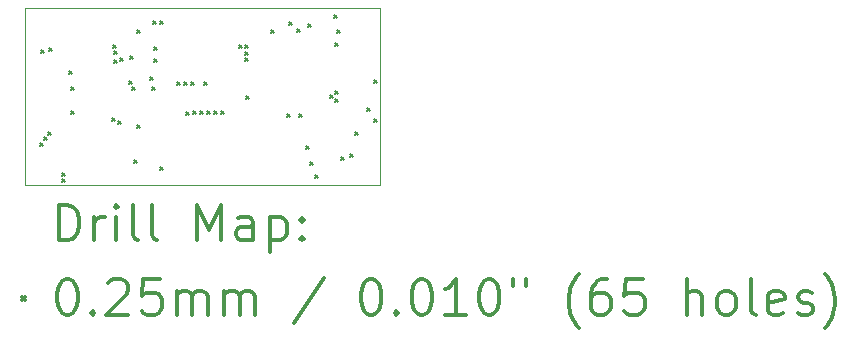
<source format=gbr>
%FSLAX45Y45*%
G04 Gerber Fmt 4.5, Leading zero omitted, Abs format (unit mm)*
G04 Created by KiCad (PCBNEW (5.1.6)-1) date 2020-10-08 19:10:53*
%MOMM*%
%LPD*%
G01*
G04 APERTURE LIST*
%TA.AperFunction,Profile*%
%ADD10C,0.050000*%
%TD*%
%ADD11C,0.200000*%
%ADD12C,0.300000*%
G04 APERTURE END LIST*
D10*
X4500000Y-3000000D02*
X1500000Y-3000000D01*
X4500000Y-1500000D02*
X4500000Y-3000000D01*
X1500000Y-1500000D02*
X4500000Y-1500000D01*
X1500000Y-1500000D02*
X1500000Y-3000000D01*
D11*
X1622109Y-2642410D02*
X1647509Y-2667810D01*
X1647509Y-2642410D02*
X1622109Y-2667810D01*
X1632300Y-1857300D02*
X1657700Y-1882700D01*
X1657700Y-1857300D02*
X1632300Y-1882700D01*
X1657300Y-2597301D02*
X1682700Y-2622701D01*
X1682700Y-2597301D02*
X1657300Y-2622701D01*
X1692822Y-2551782D02*
X1718222Y-2577182D01*
X1718222Y-2551782D02*
X1692822Y-2577182D01*
X1697300Y-1837300D02*
X1722700Y-1862700D01*
X1722700Y-1837300D02*
X1697300Y-1862700D01*
X1812300Y-2897300D02*
X1837700Y-2922700D01*
X1837700Y-2897300D02*
X1812300Y-2922700D01*
X1812300Y-2951799D02*
X1837700Y-2977199D01*
X1837700Y-2951799D02*
X1812300Y-2977199D01*
X1867300Y-2037300D02*
X1892700Y-2062700D01*
X1892700Y-2037300D02*
X1867300Y-2062700D01*
X1887300Y-2167300D02*
X1912700Y-2192700D01*
X1912700Y-2167300D02*
X1887300Y-2192700D01*
X1887300Y-2377300D02*
X1912700Y-2402700D01*
X1912700Y-2377300D02*
X1887300Y-2402700D01*
X2232300Y-2437300D02*
X2257700Y-2462700D01*
X2257700Y-2437300D02*
X2232300Y-2462700D01*
X2237300Y-1811305D02*
X2262700Y-1836705D01*
X2262700Y-1811305D02*
X2237300Y-1836705D01*
X2247300Y-1942300D02*
X2272700Y-1967700D01*
X2272700Y-1942300D02*
X2247300Y-1967700D01*
X2247499Y-1863316D02*
X2272899Y-1888716D01*
X2272899Y-1863316D02*
X2247499Y-1888716D01*
X2282300Y-2457300D02*
X2307700Y-2482700D01*
X2307700Y-2457300D02*
X2282300Y-2482700D01*
X2302567Y-1922567D02*
X2327967Y-1947967D01*
X2327967Y-1922567D02*
X2302567Y-1947967D01*
X2377300Y-2122300D02*
X2402700Y-2147700D01*
X2402700Y-2122300D02*
X2377300Y-2147700D01*
X2387300Y-1907300D02*
X2412700Y-1932700D01*
X2412700Y-1907300D02*
X2387300Y-1932700D01*
X2402300Y-2172300D02*
X2427700Y-2197700D01*
X2427700Y-2172300D02*
X2402300Y-2197700D01*
X2422300Y-2787300D02*
X2447700Y-2812700D01*
X2447700Y-2787300D02*
X2422300Y-2812700D01*
X2447300Y-1692300D02*
X2472700Y-1717700D01*
X2472700Y-1692300D02*
X2447300Y-1717700D01*
X2447300Y-2492300D02*
X2472700Y-2517700D01*
X2472700Y-2492300D02*
X2447300Y-2517700D01*
X2552300Y-2087300D02*
X2577700Y-2112700D01*
X2577700Y-2087300D02*
X2552300Y-2112700D01*
X2567300Y-2172300D02*
X2592700Y-2197700D01*
X2592700Y-2172300D02*
X2567300Y-2197700D01*
X2582300Y-1612300D02*
X2607700Y-1637700D01*
X2607700Y-1612300D02*
X2582300Y-1637700D01*
X2592300Y-1832300D02*
X2617700Y-1857700D01*
X2617700Y-1832300D02*
X2592300Y-1857700D01*
X2592300Y-1932300D02*
X2617700Y-1957700D01*
X2617700Y-1932300D02*
X2592300Y-1957700D01*
X2637300Y-1612300D02*
X2662700Y-1637700D01*
X2662700Y-1612300D02*
X2637300Y-1637700D01*
X2637300Y-2847300D02*
X2662700Y-2872700D01*
X2662700Y-2847300D02*
X2637300Y-2872700D01*
X2786869Y-2131869D02*
X2812268Y-2157269D01*
X2812268Y-2131869D02*
X2786869Y-2157269D01*
X2842300Y-2132300D02*
X2867700Y-2157700D01*
X2867700Y-2132300D02*
X2842300Y-2157700D01*
X2861067Y-2381067D02*
X2886467Y-2406467D01*
X2886467Y-2381067D02*
X2861067Y-2406467D01*
X2897300Y-2132300D02*
X2922700Y-2157700D01*
X2922700Y-2132300D02*
X2897300Y-2157700D01*
X2917300Y-2377300D02*
X2942700Y-2402700D01*
X2942700Y-2377300D02*
X2917300Y-2402700D01*
X2977300Y-2377300D02*
X3002700Y-2402700D01*
X3002700Y-2377300D02*
X2977300Y-2402700D01*
X3007300Y-2132300D02*
X3032700Y-2157700D01*
X3032700Y-2132300D02*
X3007300Y-2157700D01*
X3037300Y-2377300D02*
X3062700Y-2402700D01*
X3062700Y-2377300D02*
X3037300Y-2402700D01*
X3097300Y-2377300D02*
X3122700Y-2402700D01*
X3122700Y-2377300D02*
X3097300Y-2402700D01*
X3156797Y-2377300D02*
X3182197Y-2402700D01*
X3182197Y-2377300D02*
X3156797Y-2402700D01*
X3307300Y-1817300D02*
X3332700Y-1842700D01*
X3332700Y-1817300D02*
X3307300Y-1842700D01*
X3362300Y-1817300D02*
X3387700Y-1842700D01*
X3387700Y-1817300D02*
X3362300Y-1842700D01*
X3362300Y-1872300D02*
X3387700Y-1897700D01*
X3387700Y-1872300D02*
X3362300Y-1897700D01*
X3362300Y-1927300D02*
X3387700Y-1952700D01*
X3387700Y-1927300D02*
X3362300Y-1952700D01*
X3367300Y-2247300D02*
X3392700Y-2272700D01*
X3392700Y-2247300D02*
X3367300Y-2272700D01*
X3577300Y-1687300D02*
X3602700Y-1712700D01*
X3602700Y-1687300D02*
X3577300Y-1712700D01*
X3712300Y-2397300D02*
X3737700Y-2422700D01*
X3737700Y-2397300D02*
X3712300Y-2422700D01*
X3732300Y-1622300D02*
X3757700Y-1647700D01*
X3757700Y-1622300D02*
X3732300Y-1647700D01*
X3797300Y-1682300D02*
X3822700Y-1707700D01*
X3822700Y-1682300D02*
X3797300Y-1707700D01*
X3812300Y-2397300D02*
X3837700Y-2422700D01*
X3837700Y-2397300D02*
X3812300Y-2422700D01*
X3872300Y-2672300D02*
X3897700Y-2697700D01*
X3897700Y-2672300D02*
X3872300Y-2697700D01*
X3889800Y-1639800D02*
X3915200Y-1665200D01*
X3915200Y-1639800D02*
X3889800Y-1665200D01*
X3907300Y-2807300D02*
X3932700Y-2832700D01*
X3932700Y-2807300D02*
X3907300Y-2832700D01*
X3947300Y-2917300D02*
X3972700Y-2942700D01*
X3972700Y-2917300D02*
X3947300Y-2942700D01*
X4077300Y-2237300D02*
X4102700Y-2262700D01*
X4102700Y-2237300D02*
X4077300Y-2262700D01*
X4112300Y-1562300D02*
X4137700Y-1587700D01*
X4137700Y-1562300D02*
X4112300Y-1587700D01*
X4119800Y-2202300D02*
X4145200Y-2227700D01*
X4145200Y-2202300D02*
X4119800Y-2227700D01*
X4119800Y-2272300D02*
X4145200Y-2297700D01*
X4145200Y-2272300D02*
X4119800Y-2297700D01*
X4122300Y-1802300D02*
X4147700Y-1827700D01*
X4147700Y-1802300D02*
X4122300Y-1827700D01*
X4134800Y-1692300D02*
X4160200Y-1717700D01*
X4160200Y-1692300D02*
X4134800Y-1717700D01*
X4169800Y-2759800D02*
X4195200Y-2785200D01*
X4195200Y-2759800D02*
X4169800Y-2785200D01*
X4246550Y-2738050D02*
X4271950Y-2763450D01*
X4271950Y-2738050D02*
X4246550Y-2763450D01*
X4292300Y-2552300D02*
X4317700Y-2577700D01*
X4317700Y-2552300D02*
X4292300Y-2577700D01*
X4387300Y-2349800D02*
X4412700Y-2375200D01*
X4412700Y-2349800D02*
X4387300Y-2375200D01*
X4447300Y-2112300D02*
X4472700Y-2137700D01*
X4472700Y-2112300D02*
X4447300Y-2137700D01*
X4447300Y-2439800D02*
X4472700Y-2465200D01*
X4472700Y-2439800D02*
X4447300Y-2465200D01*
D12*
X1783928Y-3468214D02*
X1783928Y-3168214D01*
X1855357Y-3168214D01*
X1898214Y-3182500D01*
X1926786Y-3211071D01*
X1941071Y-3239643D01*
X1955357Y-3296786D01*
X1955357Y-3339643D01*
X1941071Y-3396786D01*
X1926786Y-3425357D01*
X1898214Y-3453929D01*
X1855357Y-3468214D01*
X1783928Y-3468214D01*
X2083928Y-3468214D02*
X2083928Y-3268214D01*
X2083928Y-3325357D02*
X2098214Y-3296786D01*
X2112500Y-3282500D01*
X2141071Y-3268214D01*
X2169643Y-3268214D01*
X2269643Y-3468214D02*
X2269643Y-3268214D01*
X2269643Y-3168214D02*
X2255357Y-3182500D01*
X2269643Y-3196786D01*
X2283928Y-3182500D01*
X2269643Y-3168214D01*
X2269643Y-3196786D01*
X2455357Y-3468214D02*
X2426786Y-3453929D01*
X2412500Y-3425357D01*
X2412500Y-3168214D01*
X2612500Y-3468214D02*
X2583928Y-3453929D01*
X2569643Y-3425357D01*
X2569643Y-3168214D01*
X2955357Y-3468214D02*
X2955357Y-3168214D01*
X3055357Y-3382500D01*
X3155357Y-3168214D01*
X3155357Y-3468214D01*
X3426786Y-3468214D02*
X3426786Y-3311071D01*
X3412500Y-3282500D01*
X3383928Y-3268214D01*
X3326786Y-3268214D01*
X3298214Y-3282500D01*
X3426786Y-3453929D02*
X3398214Y-3468214D01*
X3326786Y-3468214D01*
X3298214Y-3453929D01*
X3283928Y-3425357D01*
X3283928Y-3396786D01*
X3298214Y-3368214D01*
X3326786Y-3353929D01*
X3398214Y-3353929D01*
X3426786Y-3339643D01*
X3569643Y-3268214D02*
X3569643Y-3568214D01*
X3569643Y-3282500D02*
X3598214Y-3268214D01*
X3655357Y-3268214D01*
X3683928Y-3282500D01*
X3698214Y-3296786D01*
X3712500Y-3325357D01*
X3712500Y-3411071D01*
X3698214Y-3439643D01*
X3683928Y-3453929D01*
X3655357Y-3468214D01*
X3598214Y-3468214D01*
X3569643Y-3453929D01*
X3841071Y-3439643D02*
X3855357Y-3453929D01*
X3841071Y-3468214D01*
X3826786Y-3453929D01*
X3841071Y-3439643D01*
X3841071Y-3468214D01*
X3841071Y-3282500D02*
X3855357Y-3296786D01*
X3841071Y-3311071D01*
X3826786Y-3296786D01*
X3841071Y-3282500D01*
X3841071Y-3311071D01*
X1472100Y-3949800D02*
X1497500Y-3975200D01*
X1497500Y-3949800D02*
X1472100Y-3975200D01*
X1841071Y-3798214D02*
X1869643Y-3798214D01*
X1898214Y-3812500D01*
X1912500Y-3826786D01*
X1926786Y-3855357D01*
X1941071Y-3912500D01*
X1941071Y-3983929D01*
X1926786Y-4041071D01*
X1912500Y-4069643D01*
X1898214Y-4083929D01*
X1869643Y-4098214D01*
X1841071Y-4098214D01*
X1812500Y-4083929D01*
X1798214Y-4069643D01*
X1783928Y-4041071D01*
X1769643Y-3983929D01*
X1769643Y-3912500D01*
X1783928Y-3855357D01*
X1798214Y-3826786D01*
X1812500Y-3812500D01*
X1841071Y-3798214D01*
X2069643Y-4069643D02*
X2083928Y-4083929D01*
X2069643Y-4098214D01*
X2055357Y-4083929D01*
X2069643Y-4069643D01*
X2069643Y-4098214D01*
X2198214Y-3826786D02*
X2212500Y-3812500D01*
X2241071Y-3798214D01*
X2312500Y-3798214D01*
X2341071Y-3812500D01*
X2355357Y-3826786D01*
X2369643Y-3855357D01*
X2369643Y-3883929D01*
X2355357Y-3926786D01*
X2183928Y-4098214D01*
X2369643Y-4098214D01*
X2641071Y-3798214D02*
X2498214Y-3798214D01*
X2483928Y-3941071D01*
X2498214Y-3926786D01*
X2526786Y-3912500D01*
X2598214Y-3912500D01*
X2626786Y-3926786D01*
X2641071Y-3941071D01*
X2655357Y-3969643D01*
X2655357Y-4041071D01*
X2641071Y-4069643D01*
X2626786Y-4083929D01*
X2598214Y-4098214D01*
X2526786Y-4098214D01*
X2498214Y-4083929D01*
X2483928Y-4069643D01*
X2783928Y-4098214D02*
X2783928Y-3898214D01*
X2783928Y-3926786D02*
X2798214Y-3912500D01*
X2826786Y-3898214D01*
X2869643Y-3898214D01*
X2898214Y-3912500D01*
X2912500Y-3941071D01*
X2912500Y-4098214D01*
X2912500Y-3941071D02*
X2926786Y-3912500D01*
X2955357Y-3898214D01*
X2998214Y-3898214D01*
X3026786Y-3912500D01*
X3041071Y-3941071D01*
X3041071Y-4098214D01*
X3183928Y-4098214D02*
X3183928Y-3898214D01*
X3183928Y-3926786D02*
X3198214Y-3912500D01*
X3226786Y-3898214D01*
X3269643Y-3898214D01*
X3298214Y-3912500D01*
X3312500Y-3941071D01*
X3312500Y-4098214D01*
X3312500Y-3941071D02*
X3326786Y-3912500D01*
X3355357Y-3898214D01*
X3398214Y-3898214D01*
X3426786Y-3912500D01*
X3441071Y-3941071D01*
X3441071Y-4098214D01*
X4026786Y-3783929D02*
X3769643Y-4169643D01*
X4412500Y-3798214D02*
X4441071Y-3798214D01*
X4469643Y-3812500D01*
X4483928Y-3826786D01*
X4498214Y-3855357D01*
X4512500Y-3912500D01*
X4512500Y-3983929D01*
X4498214Y-4041071D01*
X4483928Y-4069643D01*
X4469643Y-4083929D01*
X4441071Y-4098214D01*
X4412500Y-4098214D01*
X4383928Y-4083929D01*
X4369643Y-4069643D01*
X4355357Y-4041071D01*
X4341071Y-3983929D01*
X4341071Y-3912500D01*
X4355357Y-3855357D01*
X4369643Y-3826786D01*
X4383928Y-3812500D01*
X4412500Y-3798214D01*
X4641071Y-4069643D02*
X4655357Y-4083929D01*
X4641071Y-4098214D01*
X4626786Y-4083929D01*
X4641071Y-4069643D01*
X4641071Y-4098214D01*
X4841071Y-3798214D02*
X4869643Y-3798214D01*
X4898214Y-3812500D01*
X4912500Y-3826786D01*
X4926786Y-3855357D01*
X4941071Y-3912500D01*
X4941071Y-3983929D01*
X4926786Y-4041071D01*
X4912500Y-4069643D01*
X4898214Y-4083929D01*
X4869643Y-4098214D01*
X4841071Y-4098214D01*
X4812500Y-4083929D01*
X4798214Y-4069643D01*
X4783928Y-4041071D01*
X4769643Y-3983929D01*
X4769643Y-3912500D01*
X4783928Y-3855357D01*
X4798214Y-3826786D01*
X4812500Y-3812500D01*
X4841071Y-3798214D01*
X5226786Y-4098214D02*
X5055357Y-4098214D01*
X5141071Y-4098214D02*
X5141071Y-3798214D01*
X5112500Y-3841071D01*
X5083928Y-3869643D01*
X5055357Y-3883929D01*
X5412500Y-3798214D02*
X5441071Y-3798214D01*
X5469643Y-3812500D01*
X5483928Y-3826786D01*
X5498214Y-3855357D01*
X5512500Y-3912500D01*
X5512500Y-3983929D01*
X5498214Y-4041071D01*
X5483928Y-4069643D01*
X5469643Y-4083929D01*
X5441071Y-4098214D01*
X5412500Y-4098214D01*
X5383928Y-4083929D01*
X5369643Y-4069643D01*
X5355357Y-4041071D01*
X5341071Y-3983929D01*
X5341071Y-3912500D01*
X5355357Y-3855357D01*
X5369643Y-3826786D01*
X5383928Y-3812500D01*
X5412500Y-3798214D01*
X5626786Y-3798214D02*
X5626786Y-3855357D01*
X5741071Y-3798214D02*
X5741071Y-3855357D01*
X6183928Y-4212500D02*
X6169643Y-4198214D01*
X6141071Y-4155357D01*
X6126786Y-4126786D01*
X6112500Y-4083929D01*
X6098214Y-4012500D01*
X6098214Y-3955357D01*
X6112500Y-3883929D01*
X6126786Y-3841071D01*
X6141071Y-3812500D01*
X6169643Y-3769643D01*
X6183928Y-3755357D01*
X6426786Y-3798214D02*
X6369643Y-3798214D01*
X6341071Y-3812500D01*
X6326786Y-3826786D01*
X6298214Y-3869643D01*
X6283928Y-3926786D01*
X6283928Y-4041071D01*
X6298214Y-4069643D01*
X6312500Y-4083929D01*
X6341071Y-4098214D01*
X6398214Y-4098214D01*
X6426786Y-4083929D01*
X6441071Y-4069643D01*
X6455357Y-4041071D01*
X6455357Y-3969643D01*
X6441071Y-3941071D01*
X6426786Y-3926786D01*
X6398214Y-3912500D01*
X6341071Y-3912500D01*
X6312500Y-3926786D01*
X6298214Y-3941071D01*
X6283928Y-3969643D01*
X6726786Y-3798214D02*
X6583928Y-3798214D01*
X6569643Y-3941071D01*
X6583928Y-3926786D01*
X6612500Y-3912500D01*
X6683928Y-3912500D01*
X6712500Y-3926786D01*
X6726786Y-3941071D01*
X6741071Y-3969643D01*
X6741071Y-4041071D01*
X6726786Y-4069643D01*
X6712500Y-4083929D01*
X6683928Y-4098214D01*
X6612500Y-4098214D01*
X6583928Y-4083929D01*
X6569643Y-4069643D01*
X7098214Y-4098214D02*
X7098214Y-3798214D01*
X7226786Y-4098214D02*
X7226786Y-3941071D01*
X7212500Y-3912500D01*
X7183928Y-3898214D01*
X7141071Y-3898214D01*
X7112500Y-3912500D01*
X7098214Y-3926786D01*
X7412500Y-4098214D02*
X7383928Y-4083929D01*
X7369643Y-4069643D01*
X7355357Y-4041071D01*
X7355357Y-3955357D01*
X7369643Y-3926786D01*
X7383928Y-3912500D01*
X7412500Y-3898214D01*
X7455357Y-3898214D01*
X7483928Y-3912500D01*
X7498214Y-3926786D01*
X7512500Y-3955357D01*
X7512500Y-4041071D01*
X7498214Y-4069643D01*
X7483928Y-4083929D01*
X7455357Y-4098214D01*
X7412500Y-4098214D01*
X7683928Y-4098214D02*
X7655357Y-4083929D01*
X7641071Y-4055357D01*
X7641071Y-3798214D01*
X7912500Y-4083929D02*
X7883928Y-4098214D01*
X7826786Y-4098214D01*
X7798214Y-4083929D01*
X7783928Y-4055357D01*
X7783928Y-3941071D01*
X7798214Y-3912500D01*
X7826786Y-3898214D01*
X7883928Y-3898214D01*
X7912500Y-3912500D01*
X7926786Y-3941071D01*
X7926786Y-3969643D01*
X7783928Y-3998214D01*
X8041071Y-4083929D02*
X8069643Y-4098214D01*
X8126786Y-4098214D01*
X8155357Y-4083929D01*
X8169643Y-4055357D01*
X8169643Y-4041071D01*
X8155357Y-4012500D01*
X8126786Y-3998214D01*
X8083928Y-3998214D01*
X8055357Y-3983929D01*
X8041071Y-3955357D01*
X8041071Y-3941071D01*
X8055357Y-3912500D01*
X8083928Y-3898214D01*
X8126786Y-3898214D01*
X8155357Y-3912500D01*
X8269643Y-4212500D02*
X8283928Y-4198214D01*
X8312500Y-4155357D01*
X8326786Y-4126786D01*
X8341071Y-4083929D01*
X8355357Y-4012500D01*
X8355357Y-3955357D01*
X8341071Y-3883929D01*
X8326786Y-3841071D01*
X8312500Y-3812500D01*
X8283928Y-3769643D01*
X8269643Y-3755357D01*
M02*

</source>
